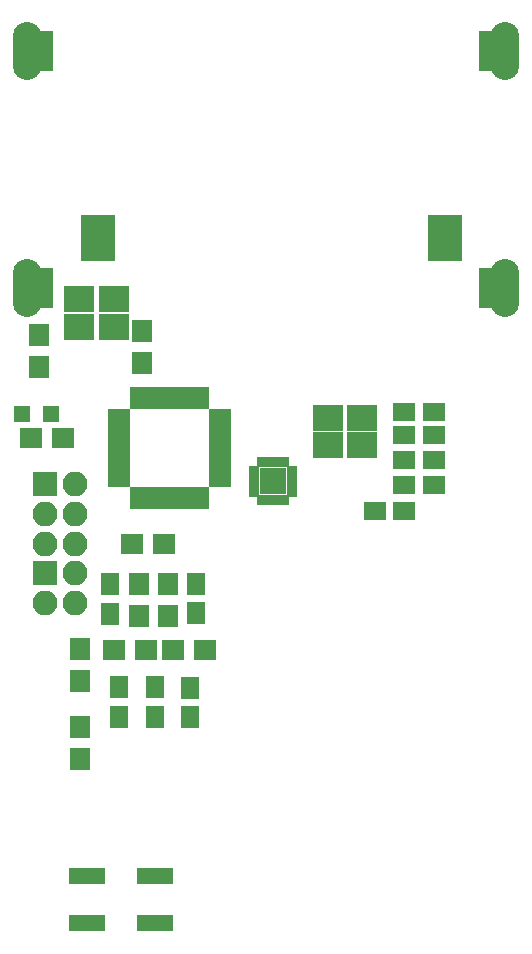
<source format=gbr>
G04 #@! TF.FileFunction,Soldermask,Bot*
%FSLAX46Y46*%
G04 Gerber Fmt 4.6, Leading zero omitted, Abs format (unit mm)*
G04 Created by KiCad (PCBNEW 4.0.7) date Mon Aug 20 13:26:01 2018*
%MOMM*%
%LPD*%
G01*
G04 APERTURE LIST*
%ADD10C,0.100000*%
%ADD11R,2.100000X2.100000*%
%ADD12O,2.100000X2.100000*%
%ADD13R,3.150000X1.400000*%
%ADD14C,1.900000*%
%ADD15R,1.900000X3.400000*%
%ADD16O,2.400000X4.900000*%
%ADD17R,0.950000X0.700000*%
%ADD18R,0.700000X0.950000*%
%ADD19R,2.200000X2.200000*%
%ADD20R,1.000000X1.900000*%
%ADD21R,1.900000X1.000000*%
%ADD22R,1.650000X1.900000*%
%ADD23R,1.900000X1.650000*%
%ADD24R,1.400000X1.400000*%
%ADD25R,1.700000X1.900000*%
%ADD26R,1.900000X1.700000*%
%ADD27R,2.500000X2.200000*%
%ADD28R,2.940000X3.910000*%
G04 APERTURE END LIST*
D10*
D11*
X40460000Y-108920000D03*
D12*
X43000000Y-108920000D03*
X40460000Y-111460000D03*
X43000000Y-111460000D03*
X40460000Y-114000000D03*
X43000000Y-114000000D03*
D11*
X40460000Y-116460000D03*
D12*
X43000000Y-116460000D03*
X40460000Y-119000000D03*
X43000000Y-119000000D03*
D13*
X44025000Y-146100000D03*
X49775000Y-146100000D03*
X49775000Y-142100000D03*
X44025000Y-142100000D03*
D14*
X79450000Y-92800000D03*
X79450000Y-91550000D03*
X38950000Y-93050000D03*
X38950000Y-91800000D03*
X38950000Y-93550000D03*
X38950000Y-91050000D03*
X38950000Y-73550000D03*
X38950000Y-73050000D03*
X38950000Y-71050000D03*
X38950000Y-71550000D03*
X79450000Y-93550000D03*
X79450000Y-91050000D03*
X79450000Y-72800000D03*
D15*
X78200000Y-72300000D03*
X78200000Y-92300000D03*
X40200000Y-92300000D03*
X40200000Y-72300000D03*
D16*
X79450000Y-92300000D03*
X38950000Y-92300000D03*
X79450000Y-72300000D03*
X38950000Y-72300000D03*
D14*
X79450000Y-71050000D03*
X79450000Y-73550000D03*
X79450000Y-71550000D03*
D17*
X61400000Y-107710000D03*
X61400000Y-108210000D03*
X61400000Y-108710000D03*
X61400000Y-109210000D03*
X61400000Y-109710000D03*
D18*
X60800000Y-110310000D03*
X60300000Y-110310000D03*
X59800000Y-110310000D03*
X59300000Y-110310000D03*
X58800000Y-110310000D03*
D17*
X58200000Y-109710000D03*
X58200000Y-109210000D03*
X58200000Y-108710000D03*
X58200000Y-108210000D03*
X58200000Y-107710000D03*
D18*
X58800000Y-107110000D03*
X59300000Y-107110000D03*
X59800000Y-107110000D03*
X60300000Y-107110000D03*
X60800000Y-107110000D03*
D19*
X59800000Y-108710000D03*
D20*
X48230000Y-101650000D03*
X49030000Y-101650000D03*
X49830000Y-101650000D03*
X50630000Y-101650000D03*
X51430000Y-101650000D03*
X52230000Y-101650000D03*
X53030000Y-101650000D03*
X53830000Y-101650000D03*
D21*
X55280000Y-103100000D03*
X55280000Y-103900000D03*
X55280000Y-104700000D03*
X55280000Y-105500000D03*
X55280000Y-106300000D03*
X55280000Y-107100000D03*
X55280000Y-107900000D03*
X55280000Y-108700000D03*
D20*
X53830000Y-110150000D03*
X53030000Y-110150000D03*
X52230000Y-110150000D03*
X51430000Y-110150000D03*
X50630000Y-110150000D03*
X49830000Y-110150000D03*
X49030000Y-110150000D03*
X48230000Y-110150000D03*
D21*
X46780000Y-108700000D03*
X46780000Y-107900000D03*
X46780000Y-107100000D03*
X46780000Y-106300000D03*
X46780000Y-105500000D03*
X46780000Y-104700000D03*
X46780000Y-103900000D03*
X46780000Y-103100000D03*
D22*
X45960000Y-119930000D03*
X45960000Y-117430000D03*
D23*
X73400000Y-102810000D03*
X70900000Y-102810000D03*
X73400000Y-106910000D03*
X70900000Y-106910000D03*
X73400000Y-104810000D03*
X70900000Y-104810000D03*
X73390000Y-109050000D03*
X70890000Y-109050000D03*
D22*
X52790000Y-126190000D03*
X52790000Y-128690000D03*
X49800000Y-126160000D03*
X49800000Y-128660000D03*
X46720000Y-126160000D03*
X46720000Y-128660000D03*
D23*
X70890000Y-111180000D03*
X68390000Y-111180000D03*
D22*
X53310000Y-117370000D03*
X53310000Y-119870000D03*
D24*
X38500000Y-103000000D03*
X41000000Y-103000000D03*
D25*
X48440000Y-117410000D03*
X48440000Y-120110000D03*
X43420000Y-125640000D03*
X43420000Y-122940000D03*
D26*
X51300000Y-123000000D03*
X54000000Y-123000000D03*
X49000000Y-123000000D03*
X46300000Y-123000000D03*
X47870000Y-113990000D03*
X50570000Y-113990000D03*
D25*
X50870000Y-120090000D03*
X50870000Y-117390000D03*
X48730000Y-98710000D03*
X48730000Y-96010000D03*
X40000000Y-99000000D03*
X40000000Y-96300000D03*
D26*
X42000000Y-105000000D03*
X39300000Y-105000000D03*
D25*
X43480000Y-132180000D03*
X43480000Y-129480000D03*
D27*
X64430000Y-103350000D03*
X67330000Y-103350000D03*
X67330000Y-105650000D03*
X64430000Y-105650000D03*
X46300000Y-95600000D03*
X43400000Y-95600000D03*
X43400000Y-93300000D03*
X46300000Y-93300000D03*
D28*
X74350000Y-88100000D03*
X44990000Y-88100000D03*
M02*

</source>
